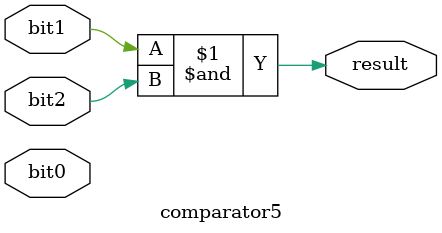
<source format=v>
/*
 * Implement and verify the verilog code for a circuit that has three inputs and one one output.
 * The three inputs represent a binary number ( from 0 to 7) and output is 1 if the value is
 * greater than 5 else it is 0.
 */

module comparator5(
    input bit0,
    input bit1,
    input bit2,
    output result
);
    assign result = ( bit1 & bit2 );
endmodule
</source>
